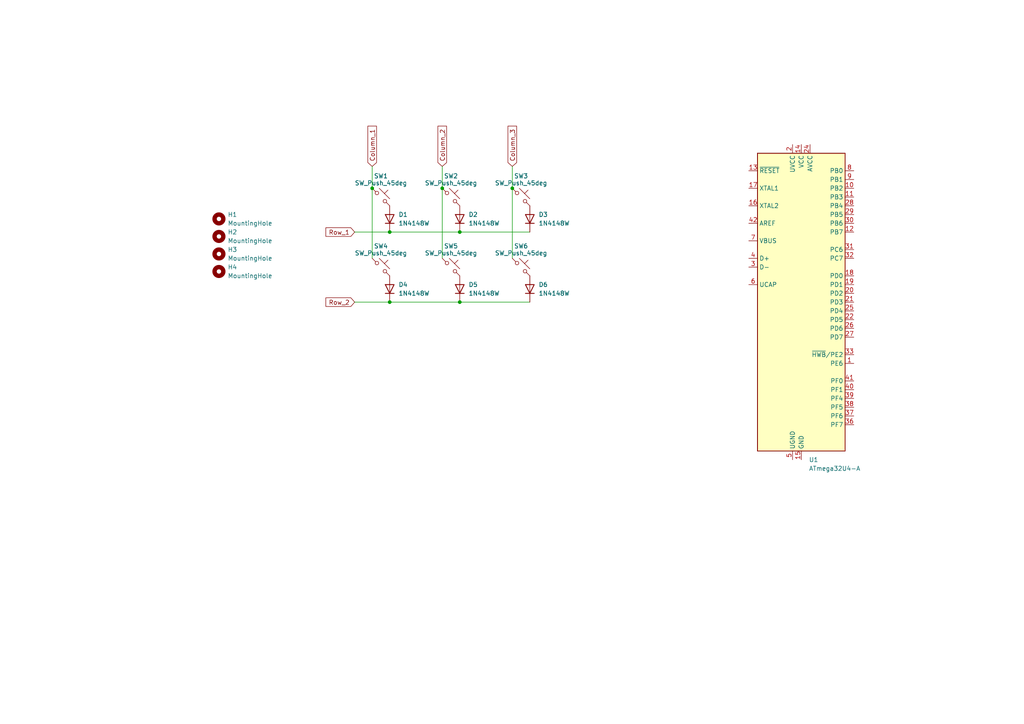
<source format=kicad_sch>
(kicad_sch (version 20231120) (generator "eeschema") (generator_version "8.0")
  (paper "A4")
  (lib_symbols
    (symbol "Diode:1N4148W" (pin_numbers hide) (pin_names hide)
      (property "Reference" "D" (at 0 2.54 0))
      (property "Value" "1N4148W" (at 0 -2.54 0))
      (symbol "1N4148W_0_1"
        (polyline (pts (xy -1.27 1.27) (xy -1.27 -1.27)) (stroke (width 0.254)))
        (polyline (pts (xy 1.27 0) (xy -1.27 0)))
        (polyline (pts (xy 1.27 1.27) (xy 1.27 -1.27) (xy -1.27 0) (xy 1.27 1.27)) (stroke (width 0.254)))
      )
      (symbol "1N4148W_1_1"
        (pin passive line (at -3.81 0 0) (length 2.54) (name "K") (number "1"))
        (pin passive line (at 3.81 0 180) (length 2.54) (name "A") (number "2"))
      )
    )
    (symbol "MCU_Microchip_ATmega:ATmega32U4-A"
      (property "Reference" "U" (at -12.7 44.45 0))
      (property "Value" "ATmega32U4-A" (at 2.54 -44.45 0))
      (symbol "ATmega32U4-A_0_1"
        (rectangle (start -12.7 -43.18) (end 12.7 43.18) (stroke (width 0.254)) (fill (type background)))
      )
      (symbol "ATmega32U4-A_1_1"
        (pin bidirectional line (at 15.24 -17.78 180) (length 2.54) (name "PE6") (number "1"))
        (pin bidirectional line (at 15.24 33.02 180) (length 2.54) (name "PB2") (number "10"))
        (pin bidirectional line (at 15.24 30.48 180) (length 2.54) (name "PB3") (number "11"))
        (pin bidirectional line (at 15.24 20.32 180) (length 2.54) (name "PB7") (number "12"))
        (pin input line (at -15.24 38.1 0) (length 2.54) (name "~{RESET}") (number "13"))
        (pin power_in line (at 0 45.72 270) (length 2.54) (name "VCC") (number "14"))
        (pin power_in line (at 0 -45.72 90) (length 2.54) (name "GND") (number "15"))
        (pin output line (at -15.24 27.94 0) (length 2.54) (name "XTAL2") (number "16"))
        (pin input line (at -15.24 33.02 0) (length 2.54) (name "XTAL1") (number "17"))
        (pin bidirectional line (at 15.24 7.62 180) (length 2.54) (name "PD0") (number "18"))
        (pin bidirectional line (at 15.24 5.08 180) (length 2.54) (name "PD1") (number "19"))
        (pin power_in line (at -2.54 45.72 270) (length 2.54) (name "UVCC") (number "2"))
        (pin bidirectional line (at 15.24 2.54 180) (length 2.54) (name "PD2") (number "20"))
        (pin bidirectional line (at 15.24 0 180) (length 2.54) (name "PD3") (number "21"))
        (pin bidirectional line (at 15.24 -5.08 180) (length 2.54) (name "PD5") (number "22"))
        (pin passive line (at 0 -45.72 90) (length 2.54) hide (name "GND") (number "23"))
        (pin power_in line (at 2.54 45.72 270) (length 2.54) (name "AVCC") (number "24"))
        (pin bidirectional line (at 15.24 -2.54 180) (length 2.54) (name "PD4") (number "25"))
        (pin bidirectional line (at 15.24 -7.62 180) (length 2.54) (name "PD6") (number "26"))
        (pin bidirectional line (at 15.24 -10.16 180) (length 2.54) (name "PD7") (number "27"))
        (pin bidirectional line (at 15.24 27.94 180) (length 2.54) (name "PB4") (number "28"))
        (pin bidirectional line (at 15.24 25.4 180) (length 2.54) (name "PB5") (number "29"))
        (pin bidirectional line (at -15.24 10.16 0) (length 2.54) (name "D-") (number "3"))
        (pin bidirectional line (at 15.24 22.86 180) (length 2.54) (name "PB6") (number "30"))
        (pin bidirectional line (at 15.24 15.24 180) (length 2.54) (name "PC6") (number "31"))
        (pin bidirectional line (at 15.24 12.7 180) (length 2.54) (name "PC7") (number "32"))
        (pin bidirectional line (at 15.24 -15.24 180) (length 2.54) (name "~{HWB}/PE2") (number "33"))
        (pin passive line (at 0 45.72 270) (length 2.54) hide (name "VCC") (number "34"))
        (pin passive line (at 0 -45.72 90) (length 2.54) hide (name "GND") (number "35"))
        (pin bidirectional line (at 15.24 -35.56 180) (length 2.54) (name "PF7") (number "36"))
        (pin bidirectional line (at 15.24 -33.02 180) (length 2.54) (name "PF6") (number "37"))
        (pin bidirectional line (at 15.24 -30.48 180) (length 2.54) (name "PF5") (number "38"))
        (pin bidirectional line (at 15.24 -27.94 180) (length 2.54) (name "PF4") (number "39"))
        (pin bidirectional line (at -15.24 12.7 0) (length 2.54) (name "D+") (number "4"))
        (pin bidirectional line (at 15.24 -25.4 180) (length 2.54) (name "PF1") (number "40"))
        (pin bidirectional line (at 15.24 -22.86 180) (length 2.54) (name "PF0") (number "41"))
        (pin passive line (at -15.24 22.86 0) (length 2.54) (name "AREF") (number "42"))
        (pin passive line (at 0 -45.72 90) (length 2.54) hide (name "GND") (number "43"))
        (pin passive line (at 2.54 45.72 270) (length 2.54) hide (name "AVCC") (number "44"))
        (pin passive line (at -2.54 -45.72 90) (length 2.54) (name "UGND") (number "5"))
        (pin passive line (at -15.24 5.08 0) (length 2.54) (name "UCAP") (number "6"))
        (pin input line (at -15.24 17.78 0) (length 2.54) (name "VBUS") (number "7"))
        (pin bidirectional line (at 15.24 38.1 180) (length 2.54) (name "PB0") (number "8"))
        (pin bidirectional line (at 15.24 35.56 180) (length 2.54) (name "PB1") (number "9"))
      )
    )
    (symbol "Mechanical:MountingHole" (pin_names (offset 1.016))
      (property "Reference" "H" (at 0 5.08 0))
      (property "Value" "MountingHole" (at 0 3.175 0))
      (symbol "MountingHole_0_1"
        (circle (center 0 0) (radius 1.27) (stroke (width 1.27)))
      )
    )
    (symbol "Switch:SW_Push_45deg" (pin_numbers hide) (pin_names (offset 1.016) hide)
      (property "Reference" "SW" (at 3.048 1.016 0))
      (property "Value" "SW_Push_45deg" (at 0 -3.81 0))
      (symbol "SW_Push_45deg_0_1"
        (circle (center -1.1684 1.1684) (radius 0.508))
        (polyline (pts (xy -0.508 2.54) (xy 2.54 -0.508)))
        (polyline (pts (xy 1.016 1.016) (xy 2.032 2.032)))
        (polyline (pts (xy -2.54 2.54) (xy -1.524 1.524) (xy -1.524 1.524)))
        (polyline (pts (xy 1.524 -1.524) (xy 2.54 -2.54) (xy 2.54 -2.54) (xy 2.54 -2.54)))
        (circle (center 1.143 -1.1938) (radius 0.508))
        (pin passive line (at -2.54 2.54 0) (length 0) (name "1") (number "1"))
        (pin passive line (at 2.54 -2.54 180) (length 0) (name "2") (number "2"))
      )
    )
  )
  (junction (at 107.95 54.61))
  (junction (at 113.03 67.31))
  (junction (at 133.35 87.63))
  (junction (at 148.59 54.61))
  (junction (at 113.03 87.63))
  (junction (at 128.27 54.61))
  (junction (at 133.35 67.31))
  (wire (pts (xy 133.35 67.31) (xy 153.67 67.31)))
  (wire (pts (xy 148.59 54.61) (xy 148.59 74.93)))
  (wire (pts (xy 148.59 48.26) (xy 148.59 54.61)))
  (wire (pts (xy 102.87 67.31) (xy 113.03 67.31)))
  (wire (pts (xy 107.95 48.26) (xy 107.95 54.61)))
  (wire (pts (xy 107.95 54.61) (xy 107.95 74.93)))
  (wire (pts (xy 113.03 67.31) (xy 133.35 67.31)))
  (wire (pts (xy 102.87 87.63) (xy 113.03 87.63)))
  (wire (pts (xy 113.03 87.63) (xy 133.35 87.63)))
  (wire (pts (xy 128.27 48.26) (xy 128.27 54.61)))
  (wire (pts (xy 128.27 54.61) (xy 128.27 74.93)))
  (wire (pts (xy 133.35 87.63) (xy 153.67 87.63)))
  (global_label "Column_2" (shape input) (at 128.27 48.26 90) (property "Intersheetrefs" "${INTERSHEET_REFS}" (effects (hide yes))))
  (global_label "Row_1" (shape input) (at 102.87 67.31 180) (property "Intersheetrefs" "${INTERSHEET_REFS}" (effects (hide yes))))
  (global_label "Row_2" (shape input) (at 102.87 87.63 180) (property "Intersheetrefs" "${INTERSHEET_REFS}" (effects (hide yes))))
  (global_label "Column_3" (shape input) (at 148.59 48.26 90) (property "Intersheetrefs" "${INTERSHEET_REFS}" (effects (hide yes))))
  (global_label "Column_1" (shape input) (at 107.95 48.26 90) (property "Intersheetrefs" "${INTERSHEET_REFS}" (effects (hide yes))))
  (symbol (lib_id "Switch:SW_Push_45deg") (at 110.49 57.15 0) (unit 1)
    (property "Reference" "SW1" (at 110.49 51.054 0))
    (property "Value" "SW_Push_45deg" (at 110.49 53.086 0))
    (property "Footprint" "PCM_Switch_Keyboard_Cherry_MX:SW_Cherry_MX_PCB_1.00u" (effects (hide yes)))
    (property "Description" "Push button switch, normally open, two pins, 45° tilted" (effects (hide yes)))
  )
  (symbol (lib_id "Mechanical:MountingHole") (at 63.5 68.58 0) (unit 1)
    (property "Reference" "H2" (at 66.04 67.3099 0) (effects (justify left)))
    (property "Value" "MountingHole" (at 66.04 69.8499 0) (effects (justify left)))
    (property "Footprint" "MountingHole:MountingHole_3.2mm_M3" (effects (hide yes)))
    (property "Description" "Mounting Hole without connection" (effects (hide yes)))
  )
  (symbol (lib_id "Diode:1N4148W") (at 113.03 63.5 90) (unit 1)
    (property "Reference" "D1" (at 115.57 62.2299 90) (effects (justify right)))
    (property "Value" "1N4148W" (at 115.57 64.7699 90) (effects (justify right)))
    (property "Footprint" "Diode_SMD:D_SOD-123" (effects (hide yes)))
    (property "Datasheet" "https://www.vishay.com/docs/85748/1n4148w.pdf" (effects (hide yes)))
    (property "Description" "75V 0.15A Fast Switching Diode, SOD-123" (effects (hide yes)))
    (property "Sim.Device" "D" (effects (hide yes)))
    (property "Sim.Pins" "1=K 2=A" (effects (hide yes)))
  )
  (symbol (lib_id "Diode:1N4148W") (at 153.67 83.82 90) (unit 1)
    (property "Reference" "D6" (at 156.21 82.5499 90) (effects (justify right)))
    (property "Value" "1N4148W" (at 156.21 85.0899 90) (effects (justify right)))
    (property "Footprint" "Diode_SMD:D_SOD-123" (effects (hide yes)))
    (property "Datasheet" "https://www.vishay.com/docs/85748/1n4148w.pdf" (effects (hide yes)))
    (property "Description" "75V 0.15A Fast Switching Diode, SOD-123" (effects (hide yes)))
    (property "Sim.Device" "D" (effects (hide yes)))
    (property "Sim.Pins" "1=K 2=A" (effects (hide yes)))
  )
  (symbol (lib_id "Mechanical:MountingHole") (at 63.5 73.66 0) (unit 1)
    (property "Reference" "H3" (at 66.04 72.3899 0) (effects (justify left)))
    (property "Value" "MountingHole" (at 66.04 74.9299 0) (effects (justify left)))
    (property "Footprint" "MountingHole:MountingHole_3.2mm_M3" (effects (hide yes)))
    (property "Description" "Mounting Hole without connection" (effects (hide yes)))
  )
  (symbol (lib_id "Switch:SW_Push_45deg") (at 130.81 77.47 0) (unit 1)
    (property "Reference" "SW5" (at 130.81 71.374 0))
    (property "Value" "SW_Push_45deg" (at 130.81 73.406 0))
    (property "Footprint" "PCM_Switch_Keyboard_Cherry_MX:SW_Cherry_MX_PCB_1.00u" (effects (hide yes)))
    (property "Description" "Push button switch, normally open, two pins, 45° tilted" (effects (hide yes)))
  )
  (symbol (lib_id "Switch:SW_Push_45deg") (at 110.49 77.47 0) (unit 1)
    (property "Reference" "SW4" (at 110.49 71.374 0))
    (property "Value" "SW_Push_45deg" (at 110.49 73.406 0))
    (property "Footprint" "PCM_Switch_Keyboard_Cherry_MX:SW_Cherry_MX_PCB_1.00u" (effects (hide yes)))
    (property "Description" "Push button switch, normally open, two pins, 45° tilted" (effects (hide yes)))
  )
  (symbol (lib_id "Mechanical:MountingHole") (at 63.5 63.5 0) (unit 1)
    (property "Reference" "H1" (at 66.04 62.2299 0) (effects (justify left)))
    (property "Value" "MountingHole" (at 66.04 64.7699 0) (effects (justify left)))
    (property "Footprint" "MountingHole:MountingHole_3.2mm_M3" (effects (hide yes)))
    (property "Description" "Mounting Hole without connection" (effects (hide yes)))
  )
  (symbol (lib_id "Switch:SW_Push_45deg") (at 151.13 77.47 0) (unit 1)
    (property "Reference" "SW6" (at 151.13 71.374 0))
    (property "Value" "SW_Push_45deg" (at 151.13 73.406 0))
    (property "Footprint" "PCM_Switch_Keyboard_Cherry_MX:SW_Cherry_MX_PCB_1.00u" (effects (hide yes)))
    (property "Description" "Push button switch, normally open, two pins, 45° tilted" (effects (hide yes)))
  )
  (symbol (lib_id "Switch:SW_Push_45deg") (at 130.81 57.15 0) (unit 1)
    (property "Reference" "SW2" (at 130.81 51.054 0))
    (property "Value" "SW_Push_45deg" (at 130.81 53.086 0))
    (property "Footprint" "PCM_Switch_Keyboard_Cherry_MX:SW_Cherry_MX_PCB_1.00u" (effects (hide yes)))
    (property "Description" "Push button switch, normally open, two pins, 45° tilted" (effects (hide yes)))
  )
  (symbol (lib_id "Mechanical:MountingHole") (at 63.5 78.74 0) (unit 1)
    (property "Reference" "H4" (at 66.04 77.4699 0) (effects (justify left)))
    (property "Value" "MountingHole" (at 66.04 80.0099 0) (effects (justify left)))
    (property "Footprint" "MountingHole:MountingHole_3.2mm_M3" (effects (hide yes)))
    (property "Description" "Mounting Hole without connection" (effects (hide yes)))
  )
  (symbol (lib_id "Diode:1N4148W") (at 133.35 83.82 90) (unit 1)
    (property "Reference" "D5" (at 135.89 82.5499 90) (effects (justify right)))
    (property "Value" "1N4148W" (at 135.89 85.0899 90) (effects (justify right)))
    (property "Footprint" "Diode_SMD:D_SOD-123" (effects (hide yes)))
    (property "Datasheet" "https://www.vishay.com/docs/85748/1n4148w.pdf" (effects (hide yes)))
    (property "Description" "75V 0.15A Fast Switching Diode, SOD-123" (effects (hide yes)))
    (property "Sim.Device" "D" (effects (hide yes)))
    (property "Sim.Pins" "1=K 2=A" (effects (hide yes)))
  )
  (symbol (lib_id "MCU_Microchip_ATmega:ATmega32U4-A") (at 232.41 87.63 0) (unit 1)
    (property "Reference" "U1" (at 234.6041 133.35 0) (effects (justify left)))
    (property "Value" "ATmega32U4-A" (at 234.6041 135.89 0) (effects (justify left)))
    (property "Footprint" "Package_QFP:TQFP-44_10x10mm_P0.8mm" (effects (hide yes)))
    (property "Datasheet" "http://ww1.microchip.com/downloads/en/DeviceDoc/Atmel-7766-8-bit-AVR-ATmega16U4-32U4_Datasheet.pdf" (effects (hide yes)))
    (property "Description" "16MHz, 32kB Flash, 2.5kB SRAM, 1kB EEPROM, USB 2.0, TQFP-44" (effects (hide yes)))
  )
  (symbol (lib_id "Switch:SW_Push_45deg") (at 151.13 57.15 0) (unit 1)
    (property "Reference" "SW3" (at 151.13 51.054 0))
    (property "Value" "SW_Push_45deg" (at 151.13 53.086 0))
    (property "Footprint" "PCM_Switch_Keyboard_Cherry_MX:SW_Cherry_MX_PCB_1.00u" (effects (hide yes)))
    (property "Description" "Push button switch, normally open, two pins, 45° tilted" (effects (hide yes)))
  )
  (symbol (lib_id "Diode:1N4148W") (at 153.67 63.5 90) (unit 1)
    (property "Reference" "D3" (at 156.21 62.2299 90) (effects (justify right)))
    (property "Value" "1N4148W" (at 156.21 64.7699 90) (effects (justify right)))
    (property "Footprint" "Diode_SMD:D_SOD-123" (effects (hide yes)))
    (property "Datasheet" "https://www.vishay.com/docs/85748/1n4148w.pdf" (effects (hide yes)))
    (property "Description" "75V 0.15A Fast Switching Diode, SOD-123" (effects (hide yes)))
    (property "Sim.Device" "D" (effects (hide yes)))
    (property "Sim.Pins" "1=K 2=A" (effects (hide yes)))
  )
  (symbol (lib_id "Diode:1N4148W") (at 133.35 63.5 90) (unit 1)
    (property "Reference" "D2" (at 135.89 62.2299 90) (effects (justify right)))
    (property "Value" "1N4148W" (at 135.89 64.7699 90) (effects (justify right)))
    (property "Footprint" "Diode_SMD:D_SOD-123" (effects (hide yes)))
    (property "Datasheet" "https://www.vishay.com/docs/85748/1n4148w.pdf" (effects (hide yes)))
    (property "Description" "75V 0.15A Fast Switching Diode, SOD-123" (effects (hide yes)))
    (property "Sim.Device" "D" (effects (hide yes)))
    (property "Sim.Pins" "1=K 2=A" (effects (hide yes)))
  )
  (symbol (lib_id "Diode:1N4148W") (at 113.03 83.82 90) (unit 1)
    (property "Reference" "D4" (at 115.57 82.5499 90) (effects (justify right)))
    (property "Value" "1N4148W" (at 115.57 85.0899 90) (effects (justify right)))
    (property "Footprint" "Diode_SMD:D_SOD-123" (effects (hide yes)))
    (property "Datasheet" "https://www.vishay.com/docs/85748/1n4148w.pdf" (effects (hide yes)))
    (property "Description" "75V 0.15A Fast Switching Diode, SOD-123" (effects (hide yes)))
    (property "Sim.Device" "D" (effects (hide yes)))
    (property "Sim.Pins" "1=K 2=A" (effects (hide yes)))
  )
)
</source>
